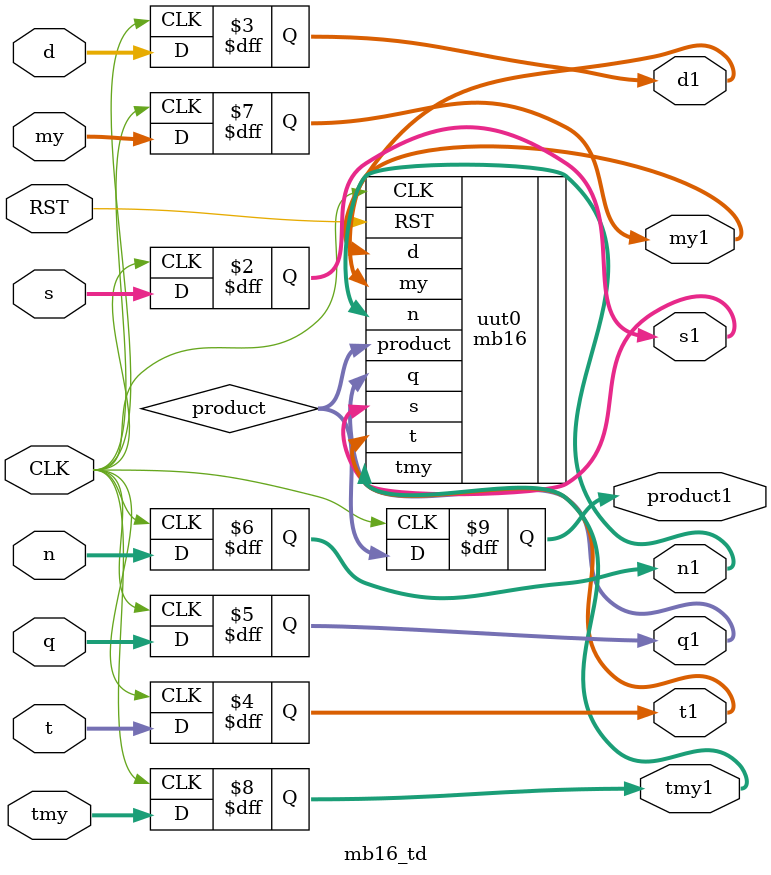
<source format=v>
module mb16_td#(parameter WIDTH = 16)(s,d,t,q,n,my,tmy,CLK,RST,s1,d1,t1,q1,n1,my1,tmy1,product1);
parameter group_cnt=(WIDTH>>2)+2; 
input wire [group_cnt-1:0] s;
input wire [group_cnt-1:0] d;
input wire [group_cnt-1:0] t;
input wire [group_cnt-1:0] q;
input wire [group_cnt-1:0] n;
input wire [WIDTH-1:0] my;
input wire [WIDTH+1:0] tmy;
input wire CLK;
input wire RST;
output reg [group_cnt-1:0] s1;
output reg [group_cnt-1:0] d1;
output reg [group_cnt-1:0] t1;
output reg [group_cnt-1:0] q1;
output reg [group_cnt-1:0] n1;
output reg [WIDTH-1:0] my1;
output reg [WIDTH+1:0] tmy1;
output reg [(WIDTH*2)-1:0] product1;

wire [(WIDTH*2)-1:0] product;


always @(posedge CLK) // or negedge RST)
begin
/*
if (!RST)
begin
s1<=6'h0;
d1<=6'h0;
t1<=6'h0;
q1<=6'h0;
n1<=6'h0;
my1<=16'h0;
tmy1<=18'h0;
product1<=32'h0;
end
else
begin
*/
s1<=s;
d1<=d;
t1<=t;
q1<=q;
n1<=n;
my1<=my;
tmy1<=tmy;
product1<=product;
//end
end

		 mb16 uut0 (
		.s(s1),
		.d(d1),
		.t(t1),
		.q(q1),
		.n(n1), 
		.my(my1),
		.tmy(tmy1),  
		.CLK(CLK),
		.RST(RST), 
		.product(product)
	);

    
endmodule

</source>
